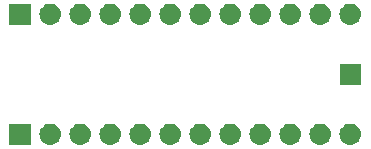
<source format=gbs>
G04 #@! TF.GenerationSoftware,KiCad,Pcbnew,(5.1.4-6-g300381ba4)-1*
G04 #@! TF.CreationDate,2019-11-22T10:46:46+00:00*
G04 #@! TF.ProjectId,qfn-24-breakout,71666e2d-3234-42d6-9272-65616b6f7574,rev?*
G04 #@! TF.SameCoordinates,Original*
G04 #@! TF.FileFunction,Soldermask,Bot*
G04 #@! TF.FilePolarity,Negative*
%FSLAX46Y46*%
G04 Gerber Fmt 4.6, Leading zero omitted, Abs format (unit mm)*
G04 Created by KiCad (PCBNEW (5.1.4-6-g300381ba4)-1) date 2019-11-22 10:46:46*
%MOMM*%
%LPD*%
G04 APERTURE LIST*
%ADD10C,0.100000*%
G04 APERTURE END LIST*
D10*
G36*
X205850443Y-77845519D02*
G01*
X205916627Y-77852037D01*
X206086466Y-77903557D01*
X206242991Y-77987222D01*
X206278729Y-78016552D01*
X206380186Y-78099814D01*
X206463448Y-78201271D01*
X206492778Y-78237009D01*
X206576443Y-78393534D01*
X206627963Y-78563373D01*
X206645359Y-78740000D01*
X206627963Y-78916627D01*
X206576443Y-79086466D01*
X206492778Y-79242991D01*
X206463448Y-79278729D01*
X206380186Y-79380186D01*
X206278729Y-79463448D01*
X206242991Y-79492778D01*
X206086466Y-79576443D01*
X205916627Y-79627963D01*
X205850442Y-79634482D01*
X205784260Y-79641000D01*
X205695740Y-79641000D01*
X205629558Y-79634482D01*
X205563373Y-79627963D01*
X205393534Y-79576443D01*
X205237009Y-79492778D01*
X205201271Y-79463448D01*
X205099814Y-79380186D01*
X205016552Y-79278729D01*
X204987222Y-79242991D01*
X204903557Y-79086466D01*
X204852037Y-78916627D01*
X204834641Y-78740000D01*
X204852037Y-78563373D01*
X204903557Y-78393534D01*
X204987222Y-78237009D01*
X205016552Y-78201271D01*
X205099814Y-78099814D01*
X205201271Y-78016552D01*
X205237009Y-77987222D01*
X205393534Y-77903557D01*
X205563373Y-77852037D01*
X205629557Y-77845519D01*
X205695740Y-77839000D01*
X205784260Y-77839000D01*
X205850443Y-77845519D01*
X205850443Y-77845519D01*
G37*
G36*
X203310443Y-77845519D02*
G01*
X203376627Y-77852037D01*
X203546466Y-77903557D01*
X203702991Y-77987222D01*
X203738729Y-78016552D01*
X203840186Y-78099814D01*
X203923448Y-78201271D01*
X203952778Y-78237009D01*
X204036443Y-78393534D01*
X204087963Y-78563373D01*
X204105359Y-78740000D01*
X204087963Y-78916627D01*
X204036443Y-79086466D01*
X203952778Y-79242991D01*
X203923448Y-79278729D01*
X203840186Y-79380186D01*
X203738729Y-79463448D01*
X203702991Y-79492778D01*
X203546466Y-79576443D01*
X203376627Y-79627963D01*
X203310442Y-79634482D01*
X203244260Y-79641000D01*
X203155740Y-79641000D01*
X203089558Y-79634482D01*
X203023373Y-79627963D01*
X202853534Y-79576443D01*
X202697009Y-79492778D01*
X202661271Y-79463448D01*
X202559814Y-79380186D01*
X202476552Y-79278729D01*
X202447222Y-79242991D01*
X202363557Y-79086466D01*
X202312037Y-78916627D01*
X202294641Y-78740000D01*
X202312037Y-78563373D01*
X202363557Y-78393534D01*
X202447222Y-78237009D01*
X202476552Y-78201271D01*
X202559814Y-78099814D01*
X202661271Y-78016552D01*
X202697009Y-77987222D01*
X202853534Y-77903557D01*
X203023373Y-77852037D01*
X203089557Y-77845519D01*
X203155740Y-77839000D01*
X203244260Y-77839000D01*
X203310443Y-77845519D01*
X203310443Y-77845519D01*
G37*
G36*
X200770443Y-77845519D02*
G01*
X200836627Y-77852037D01*
X201006466Y-77903557D01*
X201162991Y-77987222D01*
X201198729Y-78016552D01*
X201300186Y-78099814D01*
X201383448Y-78201271D01*
X201412778Y-78237009D01*
X201496443Y-78393534D01*
X201547963Y-78563373D01*
X201565359Y-78740000D01*
X201547963Y-78916627D01*
X201496443Y-79086466D01*
X201412778Y-79242991D01*
X201383448Y-79278729D01*
X201300186Y-79380186D01*
X201198729Y-79463448D01*
X201162991Y-79492778D01*
X201006466Y-79576443D01*
X200836627Y-79627963D01*
X200770442Y-79634482D01*
X200704260Y-79641000D01*
X200615740Y-79641000D01*
X200549558Y-79634482D01*
X200483373Y-79627963D01*
X200313534Y-79576443D01*
X200157009Y-79492778D01*
X200121271Y-79463448D01*
X200019814Y-79380186D01*
X199936552Y-79278729D01*
X199907222Y-79242991D01*
X199823557Y-79086466D01*
X199772037Y-78916627D01*
X199754641Y-78740000D01*
X199772037Y-78563373D01*
X199823557Y-78393534D01*
X199907222Y-78237009D01*
X199936552Y-78201271D01*
X200019814Y-78099814D01*
X200121271Y-78016552D01*
X200157009Y-77987222D01*
X200313534Y-77903557D01*
X200483373Y-77852037D01*
X200549557Y-77845519D01*
X200615740Y-77839000D01*
X200704260Y-77839000D01*
X200770443Y-77845519D01*
X200770443Y-77845519D01*
G37*
G36*
X198230443Y-77845519D02*
G01*
X198296627Y-77852037D01*
X198466466Y-77903557D01*
X198622991Y-77987222D01*
X198658729Y-78016552D01*
X198760186Y-78099814D01*
X198843448Y-78201271D01*
X198872778Y-78237009D01*
X198956443Y-78393534D01*
X199007963Y-78563373D01*
X199025359Y-78740000D01*
X199007963Y-78916627D01*
X198956443Y-79086466D01*
X198872778Y-79242991D01*
X198843448Y-79278729D01*
X198760186Y-79380186D01*
X198658729Y-79463448D01*
X198622991Y-79492778D01*
X198466466Y-79576443D01*
X198296627Y-79627963D01*
X198230442Y-79634482D01*
X198164260Y-79641000D01*
X198075740Y-79641000D01*
X198009558Y-79634482D01*
X197943373Y-79627963D01*
X197773534Y-79576443D01*
X197617009Y-79492778D01*
X197581271Y-79463448D01*
X197479814Y-79380186D01*
X197396552Y-79278729D01*
X197367222Y-79242991D01*
X197283557Y-79086466D01*
X197232037Y-78916627D01*
X197214641Y-78740000D01*
X197232037Y-78563373D01*
X197283557Y-78393534D01*
X197367222Y-78237009D01*
X197396552Y-78201271D01*
X197479814Y-78099814D01*
X197581271Y-78016552D01*
X197617009Y-77987222D01*
X197773534Y-77903557D01*
X197943373Y-77852037D01*
X198009557Y-77845519D01*
X198075740Y-77839000D01*
X198164260Y-77839000D01*
X198230443Y-77845519D01*
X198230443Y-77845519D01*
G37*
G36*
X195690443Y-77845519D02*
G01*
X195756627Y-77852037D01*
X195926466Y-77903557D01*
X196082991Y-77987222D01*
X196118729Y-78016552D01*
X196220186Y-78099814D01*
X196303448Y-78201271D01*
X196332778Y-78237009D01*
X196416443Y-78393534D01*
X196467963Y-78563373D01*
X196485359Y-78740000D01*
X196467963Y-78916627D01*
X196416443Y-79086466D01*
X196332778Y-79242991D01*
X196303448Y-79278729D01*
X196220186Y-79380186D01*
X196118729Y-79463448D01*
X196082991Y-79492778D01*
X195926466Y-79576443D01*
X195756627Y-79627963D01*
X195690442Y-79634482D01*
X195624260Y-79641000D01*
X195535740Y-79641000D01*
X195469558Y-79634482D01*
X195403373Y-79627963D01*
X195233534Y-79576443D01*
X195077009Y-79492778D01*
X195041271Y-79463448D01*
X194939814Y-79380186D01*
X194856552Y-79278729D01*
X194827222Y-79242991D01*
X194743557Y-79086466D01*
X194692037Y-78916627D01*
X194674641Y-78740000D01*
X194692037Y-78563373D01*
X194743557Y-78393534D01*
X194827222Y-78237009D01*
X194856552Y-78201271D01*
X194939814Y-78099814D01*
X195041271Y-78016552D01*
X195077009Y-77987222D01*
X195233534Y-77903557D01*
X195403373Y-77852037D01*
X195469557Y-77845519D01*
X195535740Y-77839000D01*
X195624260Y-77839000D01*
X195690443Y-77845519D01*
X195690443Y-77845519D01*
G37*
G36*
X193150443Y-77845519D02*
G01*
X193216627Y-77852037D01*
X193386466Y-77903557D01*
X193542991Y-77987222D01*
X193578729Y-78016552D01*
X193680186Y-78099814D01*
X193763448Y-78201271D01*
X193792778Y-78237009D01*
X193876443Y-78393534D01*
X193927963Y-78563373D01*
X193945359Y-78740000D01*
X193927963Y-78916627D01*
X193876443Y-79086466D01*
X193792778Y-79242991D01*
X193763448Y-79278729D01*
X193680186Y-79380186D01*
X193578729Y-79463448D01*
X193542991Y-79492778D01*
X193386466Y-79576443D01*
X193216627Y-79627963D01*
X193150442Y-79634482D01*
X193084260Y-79641000D01*
X192995740Y-79641000D01*
X192929558Y-79634482D01*
X192863373Y-79627963D01*
X192693534Y-79576443D01*
X192537009Y-79492778D01*
X192501271Y-79463448D01*
X192399814Y-79380186D01*
X192316552Y-79278729D01*
X192287222Y-79242991D01*
X192203557Y-79086466D01*
X192152037Y-78916627D01*
X192134641Y-78740000D01*
X192152037Y-78563373D01*
X192203557Y-78393534D01*
X192287222Y-78237009D01*
X192316552Y-78201271D01*
X192399814Y-78099814D01*
X192501271Y-78016552D01*
X192537009Y-77987222D01*
X192693534Y-77903557D01*
X192863373Y-77852037D01*
X192929557Y-77845519D01*
X192995740Y-77839000D01*
X193084260Y-77839000D01*
X193150443Y-77845519D01*
X193150443Y-77845519D01*
G37*
G36*
X190610443Y-77845519D02*
G01*
X190676627Y-77852037D01*
X190846466Y-77903557D01*
X191002991Y-77987222D01*
X191038729Y-78016552D01*
X191140186Y-78099814D01*
X191223448Y-78201271D01*
X191252778Y-78237009D01*
X191336443Y-78393534D01*
X191387963Y-78563373D01*
X191405359Y-78740000D01*
X191387963Y-78916627D01*
X191336443Y-79086466D01*
X191252778Y-79242991D01*
X191223448Y-79278729D01*
X191140186Y-79380186D01*
X191038729Y-79463448D01*
X191002991Y-79492778D01*
X190846466Y-79576443D01*
X190676627Y-79627963D01*
X190610442Y-79634482D01*
X190544260Y-79641000D01*
X190455740Y-79641000D01*
X190389558Y-79634482D01*
X190323373Y-79627963D01*
X190153534Y-79576443D01*
X189997009Y-79492778D01*
X189961271Y-79463448D01*
X189859814Y-79380186D01*
X189776552Y-79278729D01*
X189747222Y-79242991D01*
X189663557Y-79086466D01*
X189612037Y-78916627D01*
X189594641Y-78740000D01*
X189612037Y-78563373D01*
X189663557Y-78393534D01*
X189747222Y-78237009D01*
X189776552Y-78201271D01*
X189859814Y-78099814D01*
X189961271Y-78016552D01*
X189997009Y-77987222D01*
X190153534Y-77903557D01*
X190323373Y-77852037D01*
X190389557Y-77845519D01*
X190455740Y-77839000D01*
X190544260Y-77839000D01*
X190610443Y-77845519D01*
X190610443Y-77845519D01*
G37*
G36*
X188070443Y-77845519D02*
G01*
X188136627Y-77852037D01*
X188306466Y-77903557D01*
X188462991Y-77987222D01*
X188498729Y-78016552D01*
X188600186Y-78099814D01*
X188683448Y-78201271D01*
X188712778Y-78237009D01*
X188796443Y-78393534D01*
X188847963Y-78563373D01*
X188865359Y-78740000D01*
X188847963Y-78916627D01*
X188796443Y-79086466D01*
X188712778Y-79242991D01*
X188683448Y-79278729D01*
X188600186Y-79380186D01*
X188498729Y-79463448D01*
X188462991Y-79492778D01*
X188306466Y-79576443D01*
X188136627Y-79627963D01*
X188070442Y-79634482D01*
X188004260Y-79641000D01*
X187915740Y-79641000D01*
X187849558Y-79634482D01*
X187783373Y-79627963D01*
X187613534Y-79576443D01*
X187457009Y-79492778D01*
X187421271Y-79463448D01*
X187319814Y-79380186D01*
X187236552Y-79278729D01*
X187207222Y-79242991D01*
X187123557Y-79086466D01*
X187072037Y-78916627D01*
X187054641Y-78740000D01*
X187072037Y-78563373D01*
X187123557Y-78393534D01*
X187207222Y-78237009D01*
X187236552Y-78201271D01*
X187319814Y-78099814D01*
X187421271Y-78016552D01*
X187457009Y-77987222D01*
X187613534Y-77903557D01*
X187783373Y-77852037D01*
X187849557Y-77845519D01*
X187915740Y-77839000D01*
X188004260Y-77839000D01*
X188070443Y-77845519D01*
X188070443Y-77845519D01*
G37*
G36*
X185530443Y-77845519D02*
G01*
X185596627Y-77852037D01*
X185766466Y-77903557D01*
X185922991Y-77987222D01*
X185958729Y-78016552D01*
X186060186Y-78099814D01*
X186143448Y-78201271D01*
X186172778Y-78237009D01*
X186256443Y-78393534D01*
X186307963Y-78563373D01*
X186325359Y-78740000D01*
X186307963Y-78916627D01*
X186256443Y-79086466D01*
X186172778Y-79242991D01*
X186143448Y-79278729D01*
X186060186Y-79380186D01*
X185958729Y-79463448D01*
X185922991Y-79492778D01*
X185766466Y-79576443D01*
X185596627Y-79627963D01*
X185530442Y-79634482D01*
X185464260Y-79641000D01*
X185375740Y-79641000D01*
X185309558Y-79634482D01*
X185243373Y-79627963D01*
X185073534Y-79576443D01*
X184917009Y-79492778D01*
X184881271Y-79463448D01*
X184779814Y-79380186D01*
X184696552Y-79278729D01*
X184667222Y-79242991D01*
X184583557Y-79086466D01*
X184532037Y-78916627D01*
X184514641Y-78740000D01*
X184532037Y-78563373D01*
X184583557Y-78393534D01*
X184667222Y-78237009D01*
X184696552Y-78201271D01*
X184779814Y-78099814D01*
X184881271Y-78016552D01*
X184917009Y-77987222D01*
X185073534Y-77903557D01*
X185243373Y-77852037D01*
X185309557Y-77845519D01*
X185375740Y-77839000D01*
X185464260Y-77839000D01*
X185530443Y-77845519D01*
X185530443Y-77845519D01*
G37*
G36*
X182990443Y-77845519D02*
G01*
X183056627Y-77852037D01*
X183226466Y-77903557D01*
X183382991Y-77987222D01*
X183418729Y-78016552D01*
X183520186Y-78099814D01*
X183603448Y-78201271D01*
X183632778Y-78237009D01*
X183716443Y-78393534D01*
X183767963Y-78563373D01*
X183785359Y-78740000D01*
X183767963Y-78916627D01*
X183716443Y-79086466D01*
X183632778Y-79242991D01*
X183603448Y-79278729D01*
X183520186Y-79380186D01*
X183418729Y-79463448D01*
X183382991Y-79492778D01*
X183226466Y-79576443D01*
X183056627Y-79627963D01*
X182990442Y-79634482D01*
X182924260Y-79641000D01*
X182835740Y-79641000D01*
X182769558Y-79634482D01*
X182703373Y-79627963D01*
X182533534Y-79576443D01*
X182377009Y-79492778D01*
X182341271Y-79463448D01*
X182239814Y-79380186D01*
X182156552Y-79278729D01*
X182127222Y-79242991D01*
X182043557Y-79086466D01*
X181992037Y-78916627D01*
X181974641Y-78740000D01*
X181992037Y-78563373D01*
X182043557Y-78393534D01*
X182127222Y-78237009D01*
X182156552Y-78201271D01*
X182239814Y-78099814D01*
X182341271Y-78016552D01*
X182377009Y-77987222D01*
X182533534Y-77903557D01*
X182703373Y-77852037D01*
X182769557Y-77845519D01*
X182835740Y-77839000D01*
X182924260Y-77839000D01*
X182990443Y-77845519D01*
X182990443Y-77845519D01*
G37*
G36*
X180450443Y-77845519D02*
G01*
X180516627Y-77852037D01*
X180686466Y-77903557D01*
X180842991Y-77987222D01*
X180878729Y-78016552D01*
X180980186Y-78099814D01*
X181063448Y-78201271D01*
X181092778Y-78237009D01*
X181176443Y-78393534D01*
X181227963Y-78563373D01*
X181245359Y-78740000D01*
X181227963Y-78916627D01*
X181176443Y-79086466D01*
X181092778Y-79242991D01*
X181063448Y-79278729D01*
X180980186Y-79380186D01*
X180878729Y-79463448D01*
X180842991Y-79492778D01*
X180686466Y-79576443D01*
X180516627Y-79627963D01*
X180450442Y-79634482D01*
X180384260Y-79641000D01*
X180295740Y-79641000D01*
X180229558Y-79634482D01*
X180163373Y-79627963D01*
X179993534Y-79576443D01*
X179837009Y-79492778D01*
X179801271Y-79463448D01*
X179699814Y-79380186D01*
X179616552Y-79278729D01*
X179587222Y-79242991D01*
X179503557Y-79086466D01*
X179452037Y-78916627D01*
X179434641Y-78740000D01*
X179452037Y-78563373D01*
X179503557Y-78393534D01*
X179587222Y-78237009D01*
X179616552Y-78201271D01*
X179699814Y-78099814D01*
X179801271Y-78016552D01*
X179837009Y-77987222D01*
X179993534Y-77903557D01*
X180163373Y-77852037D01*
X180229557Y-77845519D01*
X180295740Y-77839000D01*
X180384260Y-77839000D01*
X180450443Y-77845519D01*
X180450443Y-77845519D01*
G37*
G36*
X178701000Y-79641000D02*
G01*
X176899000Y-79641000D01*
X176899000Y-77839000D01*
X178701000Y-77839000D01*
X178701000Y-79641000D01*
X178701000Y-79641000D01*
G37*
G36*
X206701000Y-74561000D02*
G01*
X204899000Y-74561000D01*
X204899000Y-72759000D01*
X206701000Y-72759000D01*
X206701000Y-74561000D01*
X206701000Y-74561000D01*
G37*
G36*
X205850443Y-67685519D02*
G01*
X205916627Y-67692037D01*
X206086466Y-67743557D01*
X206242991Y-67827222D01*
X206278729Y-67856552D01*
X206380186Y-67939814D01*
X206463448Y-68041271D01*
X206492778Y-68077009D01*
X206576443Y-68233534D01*
X206627963Y-68403373D01*
X206645359Y-68580000D01*
X206627963Y-68756627D01*
X206576443Y-68926466D01*
X206492778Y-69082991D01*
X206463448Y-69118729D01*
X206380186Y-69220186D01*
X206278729Y-69303448D01*
X206242991Y-69332778D01*
X206086466Y-69416443D01*
X205916627Y-69467963D01*
X205850442Y-69474482D01*
X205784260Y-69481000D01*
X205695740Y-69481000D01*
X205629558Y-69474482D01*
X205563373Y-69467963D01*
X205393534Y-69416443D01*
X205237009Y-69332778D01*
X205201271Y-69303448D01*
X205099814Y-69220186D01*
X205016552Y-69118729D01*
X204987222Y-69082991D01*
X204903557Y-68926466D01*
X204852037Y-68756627D01*
X204834641Y-68580000D01*
X204852037Y-68403373D01*
X204903557Y-68233534D01*
X204987222Y-68077009D01*
X205016552Y-68041271D01*
X205099814Y-67939814D01*
X205201271Y-67856552D01*
X205237009Y-67827222D01*
X205393534Y-67743557D01*
X205563373Y-67692037D01*
X205629557Y-67685519D01*
X205695740Y-67679000D01*
X205784260Y-67679000D01*
X205850443Y-67685519D01*
X205850443Y-67685519D01*
G37*
G36*
X178701000Y-69481000D02*
G01*
X176899000Y-69481000D01*
X176899000Y-67679000D01*
X178701000Y-67679000D01*
X178701000Y-69481000D01*
X178701000Y-69481000D01*
G37*
G36*
X203310443Y-67685519D02*
G01*
X203376627Y-67692037D01*
X203546466Y-67743557D01*
X203702991Y-67827222D01*
X203738729Y-67856552D01*
X203840186Y-67939814D01*
X203923448Y-68041271D01*
X203952778Y-68077009D01*
X204036443Y-68233534D01*
X204087963Y-68403373D01*
X204105359Y-68580000D01*
X204087963Y-68756627D01*
X204036443Y-68926466D01*
X203952778Y-69082991D01*
X203923448Y-69118729D01*
X203840186Y-69220186D01*
X203738729Y-69303448D01*
X203702991Y-69332778D01*
X203546466Y-69416443D01*
X203376627Y-69467963D01*
X203310442Y-69474482D01*
X203244260Y-69481000D01*
X203155740Y-69481000D01*
X203089558Y-69474482D01*
X203023373Y-69467963D01*
X202853534Y-69416443D01*
X202697009Y-69332778D01*
X202661271Y-69303448D01*
X202559814Y-69220186D01*
X202476552Y-69118729D01*
X202447222Y-69082991D01*
X202363557Y-68926466D01*
X202312037Y-68756627D01*
X202294641Y-68580000D01*
X202312037Y-68403373D01*
X202363557Y-68233534D01*
X202447222Y-68077009D01*
X202476552Y-68041271D01*
X202559814Y-67939814D01*
X202661271Y-67856552D01*
X202697009Y-67827222D01*
X202853534Y-67743557D01*
X203023373Y-67692037D01*
X203089557Y-67685519D01*
X203155740Y-67679000D01*
X203244260Y-67679000D01*
X203310443Y-67685519D01*
X203310443Y-67685519D01*
G37*
G36*
X200770443Y-67685519D02*
G01*
X200836627Y-67692037D01*
X201006466Y-67743557D01*
X201162991Y-67827222D01*
X201198729Y-67856552D01*
X201300186Y-67939814D01*
X201383448Y-68041271D01*
X201412778Y-68077009D01*
X201496443Y-68233534D01*
X201547963Y-68403373D01*
X201565359Y-68580000D01*
X201547963Y-68756627D01*
X201496443Y-68926466D01*
X201412778Y-69082991D01*
X201383448Y-69118729D01*
X201300186Y-69220186D01*
X201198729Y-69303448D01*
X201162991Y-69332778D01*
X201006466Y-69416443D01*
X200836627Y-69467963D01*
X200770442Y-69474482D01*
X200704260Y-69481000D01*
X200615740Y-69481000D01*
X200549558Y-69474482D01*
X200483373Y-69467963D01*
X200313534Y-69416443D01*
X200157009Y-69332778D01*
X200121271Y-69303448D01*
X200019814Y-69220186D01*
X199936552Y-69118729D01*
X199907222Y-69082991D01*
X199823557Y-68926466D01*
X199772037Y-68756627D01*
X199754641Y-68580000D01*
X199772037Y-68403373D01*
X199823557Y-68233534D01*
X199907222Y-68077009D01*
X199936552Y-68041271D01*
X200019814Y-67939814D01*
X200121271Y-67856552D01*
X200157009Y-67827222D01*
X200313534Y-67743557D01*
X200483373Y-67692037D01*
X200549557Y-67685519D01*
X200615740Y-67679000D01*
X200704260Y-67679000D01*
X200770443Y-67685519D01*
X200770443Y-67685519D01*
G37*
G36*
X198230443Y-67685519D02*
G01*
X198296627Y-67692037D01*
X198466466Y-67743557D01*
X198622991Y-67827222D01*
X198658729Y-67856552D01*
X198760186Y-67939814D01*
X198843448Y-68041271D01*
X198872778Y-68077009D01*
X198956443Y-68233534D01*
X199007963Y-68403373D01*
X199025359Y-68580000D01*
X199007963Y-68756627D01*
X198956443Y-68926466D01*
X198872778Y-69082991D01*
X198843448Y-69118729D01*
X198760186Y-69220186D01*
X198658729Y-69303448D01*
X198622991Y-69332778D01*
X198466466Y-69416443D01*
X198296627Y-69467963D01*
X198230442Y-69474482D01*
X198164260Y-69481000D01*
X198075740Y-69481000D01*
X198009558Y-69474482D01*
X197943373Y-69467963D01*
X197773534Y-69416443D01*
X197617009Y-69332778D01*
X197581271Y-69303448D01*
X197479814Y-69220186D01*
X197396552Y-69118729D01*
X197367222Y-69082991D01*
X197283557Y-68926466D01*
X197232037Y-68756627D01*
X197214641Y-68580000D01*
X197232037Y-68403373D01*
X197283557Y-68233534D01*
X197367222Y-68077009D01*
X197396552Y-68041271D01*
X197479814Y-67939814D01*
X197581271Y-67856552D01*
X197617009Y-67827222D01*
X197773534Y-67743557D01*
X197943373Y-67692037D01*
X198009557Y-67685519D01*
X198075740Y-67679000D01*
X198164260Y-67679000D01*
X198230443Y-67685519D01*
X198230443Y-67685519D01*
G37*
G36*
X195690443Y-67685519D02*
G01*
X195756627Y-67692037D01*
X195926466Y-67743557D01*
X196082991Y-67827222D01*
X196118729Y-67856552D01*
X196220186Y-67939814D01*
X196303448Y-68041271D01*
X196332778Y-68077009D01*
X196416443Y-68233534D01*
X196467963Y-68403373D01*
X196485359Y-68580000D01*
X196467963Y-68756627D01*
X196416443Y-68926466D01*
X196332778Y-69082991D01*
X196303448Y-69118729D01*
X196220186Y-69220186D01*
X196118729Y-69303448D01*
X196082991Y-69332778D01*
X195926466Y-69416443D01*
X195756627Y-69467963D01*
X195690442Y-69474482D01*
X195624260Y-69481000D01*
X195535740Y-69481000D01*
X195469558Y-69474482D01*
X195403373Y-69467963D01*
X195233534Y-69416443D01*
X195077009Y-69332778D01*
X195041271Y-69303448D01*
X194939814Y-69220186D01*
X194856552Y-69118729D01*
X194827222Y-69082991D01*
X194743557Y-68926466D01*
X194692037Y-68756627D01*
X194674641Y-68580000D01*
X194692037Y-68403373D01*
X194743557Y-68233534D01*
X194827222Y-68077009D01*
X194856552Y-68041271D01*
X194939814Y-67939814D01*
X195041271Y-67856552D01*
X195077009Y-67827222D01*
X195233534Y-67743557D01*
X195403373Y-67692037D01*
X195469557Y-67685519D01*
X195535740Y-67679000D01*
X195624260Y-67679000D01*
X195690443Y-67685519D01*
X195690443Y-67685519D01*
G37*
G36*
X193150443Y-67685519D02*
G01*
X193216627Y-67692037D01*
X193386466Y-67743557D01*
X193542991Y-67827222D01*
X193578729Y-67856552D01*
X193680186Y-67939814D01*
X193763448Y-68041271D01*
X193792778Y-68077009D01*
X193876443Y-68233534D01*
X193927963Y-68403373D01*
X193945359Y-68580000D01*
X193927963Y-68756627D01*
X193876443Y-68926466D01*
X193792778Y-69082991D01*
X193763448Y-69118729D01*
X193680186Y-69220186D01*
X193578729Y-69303448D01*
X193542991Y-69332778D01*
X193386466Y-69416443D01*
X193216627Y-69467963D01*
X193150442Y-69474482D01*
X193084260Y-69481000D01*
X192995740Y-69481000D01*
X192929558Y-69474482D01*
X192863373Y-69467963D01*
X192693534Y-69416443D01*
X192537009Y-69332778D01*
X192501271Y-69303448D01*
X192399814Y-69220186D01*
X192316552Y-69118729D01*
X192287222Y-69082991D01*
X192203557Y-68926466D01*
X192152037Y-68756627D01*
X192134641Y-68580000D01*
X192152037Y-68403373D01*
X192203557Y-68233534D01*
X192287222Y-68077009D01*
X192316552Y-68041271D01*
X192399814Y-67939814D01*
X192501271Y-67856552D01*
X192537009Y-67827222D01*
X192693534Y-67743557D01*
X192863373Y-67692037D01*
X192929557Y-67685519D01*
X192995740Y-67679000D01*
X193084260Y-67679000D01*
X193150443Y-67685519D01*
X193150443Y-67685519D01*
G37*
G36*
X190610443Y-67685519D02*
G01*
X190676627Y-67692037D01*
X190846466Y-67743557D01*
X191002991Y-67827222D01*
X191038729Y-67856552D01*
X191140186Y-67939814D01*
X191223448Y-68041271D01*
X191252778Y-68077009D01*
X191336443Y-68233534D01*
X191387963Y-68403373D01*
X191405359Y-68580000D01*
X191387963Y-68756627D01*
X191336443Y-68926466D01*
X191252778Y-69082991D01*
X191223448Y-69118729D01*
X191140186Y-69220186D01*
X191038729Y-69303448D01*
X191002991Y-69332778D01*
X190846466Y-69416443D01*
X190676627Y-69467963D01*
X190610442Y-69474482D01*
X190544260Y-69481000D01*
X190455740Y-69481000D01*
X190389558Y-69474482D01*
X190323373Y-69467963D01*
X190153534Y-69416443D01*
X189997009Y-69332778D01*
X189961271Y-69303448D01*
X189859814Y-69220186D01*
X189776552Y-69118729D01*
X189747222Y-69082991D01*
X189663557Y-68926466D01*
X189612037Y-68756627D01*
X189594641Y-68580000D01*
X189612037Y-68403373D01*
X189663557Y-68233534D01*
X189747222Y-68077009D01*
X189776552Y-68041271D01*
X189859814Y-67939814D01*
X189961271Y-67856552D01*
X189997009Y-67827222D01*
X190153534Y-67743557D01*
X190323373Y-67692037D01*
X190389557Y-67685519D01*
X190455740Y-67679000D01*
X190544260Y-67679000D01*
X190610443Y-67685519D01*
X190610443Y-67685519D01*
G37*
G36*
X188070443Y-67685519D02*
G01*
X188136627Y-67692037D01*
X188306466Y-67743557D01*
X188462991Y-67827222D01*
X188498729Y-67856552D01*
X188600186Y-67939814D01*
X188683448Y-68041271D01*
X188712778Y-68077009D01*
X188796443Y-68233534D01*
X188847963Y-68403373D01*
X188865359Y-68580000D01*
X188847963Y-68756627D01*
X188796443Y-68926466D01*
X188712778Y-69082991D01*
X188683448Y-69118729D01*
X188600186Y-69220186D01*
X188498729Y-69303448D01*
X188462991Y-69332778D01*
X188306466Y-69416443D01*
X188136627Y-69467963D01*
X188070442Y-69474482D01*
X188004260Y-69481000D01*
X187915740Y-69481000D01*
X187849558Y-69474482D01*
X187783373Y-69467963D01*
X187613534Y-69416443D01*
X187457009Y-69332778D01*
X187421271Y-69303448D01*
X187319814Y-69220186D01*
X187236552Y-69118729D01*
X187207222Y-69082991D01*
X187123557Y-68926466D01*
X187072037Y-68756627D01*
X187054641Y-68580000D01*
X187072037Y-68403373D01*
X187123557Y-68233534D01*
X187207222Y-68077009D01*
X187236552Y-68041271D01*
X187319814Y-67939814D01*
X187421271Y-67856552D01*
X187457009Y-67827222D01*
X187613534Y-67743557D01*
X187783373Y-67692037D01*
X187849557Y-67685519D01*
X187915740Y-67679000D01*
X188004260Y-67679000D01*
X188070443Y-67685519D01*
X188070443Y-67685519D01*
G37*
G36*
X185530443Y-67685519D02*
G01*
X185596627Y-67692037D01*
X185766466Y-67743557D01*
X185922991Y-67827222D01*
X185958729Y-67856552D01*
X186060186Y-67939814D01*
X186143448Y-68041271D01*
X186172778Y-68077009D01*
X186256443Y-68233534D01*
X186307963Y-68403373D01*
X186325359Y-68580000D01*
X186307963Y-68756627D01*
X186256443Y-68926466D01*
X186172778Y-69082991D01*
X186143448Y-69118729D01*
X186060186Y-69220186D01*
X185958729Y-69303448D01*
X185922991Y-69332778D01*
X185766466Y-69416443D01*
X185596627Y-69467963D01*
X185530442Y-69474482D01*
X185464260Y-69481000D01*
X185375740Y-69481000D01*
X185309558Y-69474482D01*
X185243373Y-69467963D01*
X185073534Y-69416443D01*
X184917009Y-69332778D01*
X184881271Y-69303448D01*
X184779814Y-69220186D01*
X184696552Y-69118729D01*
X184667222Y-69082991D01*
X184583557Y-68926466D01*
X184532037Y-68756627D01*
X184514641Y-68580000D01*
X184532037Y-68403373D01*
X184583557Y-68233534D01*
X184667222Y-68077009D01*
X184696552Y-68041271D01*
X184779814Y-67939814D01*
X184881271Y-67856552D01*
X184917009Y-67827222D01*
X185073534Y-67743557D01*
X185243373Y-67692037D01*
X185309557Y-67685519D01*
X185375740Y-67679000D01*
X185464260Y-67679000D01*
X185530443Y-67685519D01*
X185530443Y-67685519D01*
G37*
G36*
X182990443Y-67685519D02*
G01*
X183056627Y-67692037D01*
X183226466Y-67743557D01*
X183382991Y-67827222D01*
X183418729Y-67856552D01*
X183520186Y-67939814D01*
X183603448Y-68041271D01*
X183632778Y-68077009D01*
X183716443Y-68233534D01*
X183767963Y-68403373D01*
X183785359Y-68580000D01*
X183767963Y-68756627D01*
X183716443Y-68926466D01*
X183632778Y-69082991D01*
X183603448Y-69118729D01*
X183520186Y-69220186D01*
X183418729Y-69303448D01*
X183382991Y-69332778D01*
X183226466Y-69416443D01*
X183056627Y-69467963D01*
X182990442Y-69474482D01*
X182924260Y-69481000D01*
X182835740Y-69481000D01*
X182769558Y-69474482D01*
X182703373Y-69467963D01*
X182533534Y-69416443D01*
X182377009Y-69332778D01*
X182341271Y-69303448D01*
X182239814Y-69220186D01*
X182156552Y-69118729D01*
X182127222Y-69082991D01*
X182043557Y-68926466D01*
X181992037Y-68756627D01*
X181974641Y-68580000D01*
X181992037Y-68403373D01*
X182043557Y-68233534D01*
X182127222Y-68077009D01*
X182156552Y-68041271D01*
X182239814Y-67939814D01*
X182341271Y-67856552D01*
X182377009Y-67827222D01*
X182533534Y-67743557D01*
X182703373Y-67692037D01*
X182769557Y-67685519D01*
X182835740Y-67679000D01*
X182924260Y-67679000D01*
X182990443Y-67685519D01*
X182990443Y-67685519D01*
G37*
G36*
X180450443Y-67685519D02*
G01*
X180516627Y-67692037D01*
X180686466Y-67743557D01*
X180842991Y-67827222D01*
X180878729Y-67856552D01*
X180980186Y-67939814D01*
X181063448Y-68041271D01*
X181092778Y-68077009D01*
X181176443Y-68233534D01*
X181227963Y-68403373D01*
X181245359Y-68580000D01*
X181227963Y-68756627D01*
X181176443Y-68926466D01*
X181092778Y-69082991D01*
X181063448Y-69118729D01*
X180980186Y-69220186D01*
X180878729Y-69303448D01*
X180842991Y-69332778D01*
X180686466Y-69416443D01*
X180516627Y-69467963D01*
X180450442Y-69474482D01*
X180384260Y-69481000D01*
X180295740Y-69481000D01*
X180229558Y-69474482D01*
X180163373Y-69467963D01*
X179993534Y-69416443D01*
X179837009Y-69332778D01*
X179801271Y-69303448D01*
X179699814Y-69220186D01*
X179616552Y-69118729D01*
X179587222Y-69082991D01*
X179503557Y-68926466D01*
X179452037Y-68756627D01*
X179434641Y-68580000D01*
X179452037Y-68403373D01*
X179503557Y-68233534D01*
X179587222Y-68077009D01*
X179616552Y-68041271D01*
X179699814Y-67939814D01*
X179801271Y-67856552D01*
X179837009Y-67827222D01*
X179993534Y-67743557D01*
X180163373Y-67692037D01*
X180229557Y-67685519D01*
X180295740Y-67679000D01*
X180384260Y-67679000D01*
X180450443Y-67685519D01*
X180450443Y-67685519D01*
G37*
M02*

</source>
